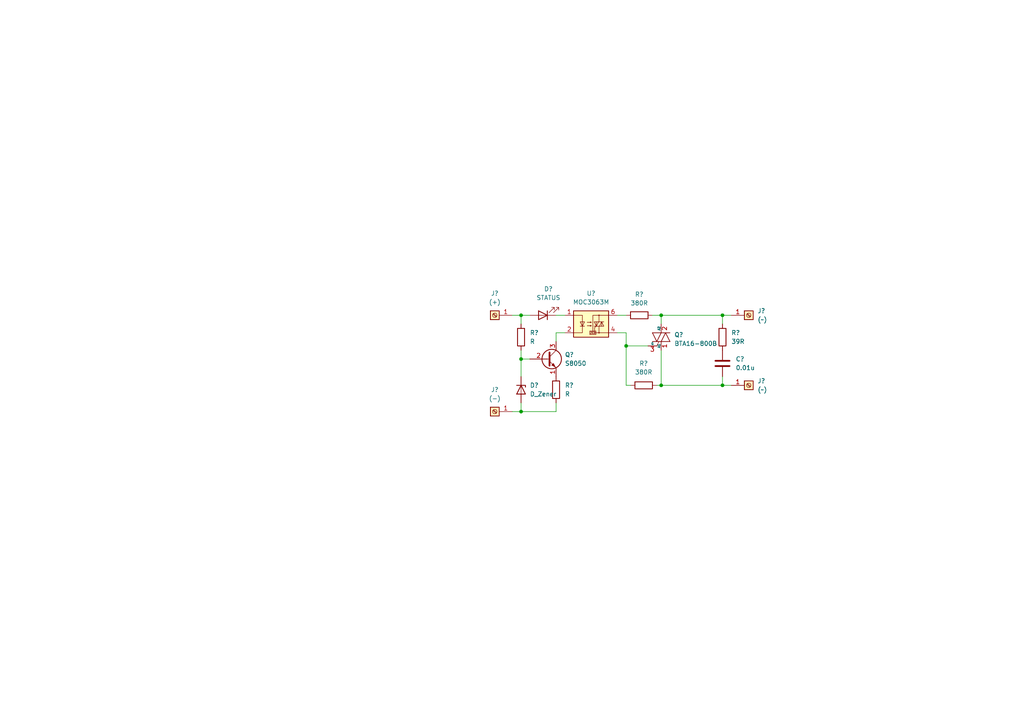
<source format=kicad_sch>
(kicad_sch (version 20211123) (generator eeschema)
  (paper "A4")
  (lib_symbols
    (symbol "Connector:Screw_Terminal_01x01" (pin_names (offset 1.016) hide)
      (property "Reference" "J" (at 0 2.54 0))
      (property "Value" "Screw_Terminal_01x01" (at 0 -2.54 0))
      (symbol "Screw_Terminal_01x01_1_1"
        (rectangle (start -1.27 1.27) (end 1.27 -1.27) (stroke (width 0.254)) (fill (type background)))
        (polyline (pts (xy -0.5334 0.3302) (xy 0.3302 -0.508)) (stroke (width 0.1524)))
        (polyline (pts (xy -0.3556 0.508) (xy 0.508 -0.3302)) (stroke (width 0.1524)))
        (circle (center 0 0) (radius 0.635) (stroke (width 0.1524)))
        (pin passive line (at -5.08 0 0) (length 3.81) (name "Pin_1") (number "1"))
      )
    )
    (symbol "Device:C" (pin_numbers hide) (pin_names (offset 0.254))
      (property "Reference" "C" (at 0.635 2.54 0))
      (property "Value" "C" (at 0.635 -2.54 0))
      (symbol "C_0_1"
        (polyline (pts (xy -2.032 -0.762) (xy 2.032 -0.762)) (stroke (width 0.508)))
        (polyline (pts (xy -2.032 0.762) (xy 2.032 0.762)) (stroke (width 0.508)))
      )
      (symbol "C_1_1"
        (pin passive line (at 0 3.81 270) (length 2.794) (name "~") (number "1"))
        (pin passive line (at 0 -3.81 90) (length 2.794) (name "~") (number "2"))
      )
    )
    (symbol "Device:D_Zener" (pin_numbers hide) (pin_names (offset 1.016) hide)
      (property "Reference" "D" (at 0 2.54 0))
      (property "Value" "D_Zener" (at 0 -2.54 0))
      (symbol "D_Zener_0_1"
        (polyline (pts (xy 1.27 0) (xy -1.27 0)))
        (polyline (pts (xy -1.27 -1.27) (xy -1.27 1.27) (xy -0.762 1.27)) (stroke (width 0.254)))
        (polyline (pts (xy 1.27 -1.27) (xy 1.27 1.27) (xy -1.27 0) (xy 1.27 -1.27)) (stroke (width 0.254)))
      )
      (symbol "D_Zener_1_1"
        (pin passive line (at -3.81 0 0) (length 2.54) (name "K") (number "1"))
        (pin passive line (at 3.81 0 180) (length 2.54) (name "A") (number "2"))
      )
    )
    (symbol "Device:LED" (pin_numbers hide) (pin_names (offset 1.016) hide)
      (property "Reference" "D" (at 0 2.54 0))
      (property "Value" "LED" (at 0 -2.54 0))
      (symbol "LED_0_1"
        (polyline (pts (xy -1.27 -1.27) (xy -1.27 1.27)) (stroke (width 0.254)))
        (polyline (pts (xy -1.27 0) (xy 1.27 0)))
        (polyline (pts (xy 1.27 -1.27) (xy 1.27 1.27) (xy -1.27 0) (xy 1.27 -1.27)) (stroke (width 0.254)))
        (polyline (pts (xy -3.048 -0.762) (xy -4.572 -2.286) (xy -3.81 -2.286) (xy -4.572 -2.286) (xy -4.572 -1.524)))
        (polyline (pts (xy -1.778 -0.762) (xy -3.302 -2.286) (xy -2.54 -2.286) (xy -3.302 -2.286) (xy -3.302 -1.524)))
      )
      (symbol "LED_1_1"
        (pin passive line (at -3.81 0 0) (length 2.54) (name "K") (number "1"))
        (pin passive line (at 3.81 0 180) (length 2.54) (name "A") (number "2"))
      )
    )
    (symbol "Device:R" (pin_numbers hide) (pin_names (offset 0))
      (property "Reference" "R" (at 2.032 0 90))
      (property "Value" "R" (at 0 0 90))
      (symbol "R_0_1"
        (rectangle (start -1.016 -2.54) (end 1.016 2.54) (stroke (width 0.254)))
      )
      (symbol "R_1_1"
        (pin passive line (at 0 3.81 270) (length 1.27) (name "~") (number "1"))
        (pin passive line (at 0 -3.81 90) (length 1.27) (name "~") (number "2"))
      )
    )
    (symbol "Relay_SolidState:MOC3063M"
      (property "Reference" "U" (at -5.08 5.08 0))
      (property "Value" "MOC3063M" (at 0 5.08 0))
      (symbol "MOC3063M_0_0"
        (rectangle (start -0.381 -2.032) (end 1.397 -3.048))
        (polyline (pts (xy 2.286 -2.54) (xy 1.397 -2.54)))
        (polyline (pts (xy 1.524 -0.635) (xy 1.016 -1.016) (xy 1.016 -2.032)))
        (text "ZCD" (at 0.508 -2.54 0) (effects (font (size 0.508 0.508))))
      )
      (symbol "MOC3063M_0_1"
        (rectangle (start -5.08 3.81) (end 5.08 -3.81) (stroke (width 0.254)) (fill (type background)))
        (polyline (pts (xy -3.175 -0.635) (xy -1.905 -0.635)))
        (polyline (pts (xy 1.524 -0.635) (xy 1.524 0.635)))
        (polyline (pts (xy 3.048 0.635) (xy 3.048 -0.635)))
        (polyline (pts (xy 2.286 -0.635) (xy 2.286 -2.54) (xy 5.08 -2.54)))
        (polyline (pts (xy 2.286 0.635) (xy 2.286 2.54) (xy 5.08 2.54)))
        (polyline (pts (xy 2.286 2.54) (xy 0.508 2.54) (xy 0.508 -2.032)))
        (polyline (pts (xy -5.08 2.54) (xy -2.54 2.54) (xy -2.54 -2.54) (xy -5.08 -2.54)))
        (polyline (pts (xy -2.54 -0.635) (xy -3.175 0.635) (xy -1.905 0.635) (xy -2.54 -0.635)))
        (polyline (pts (xy 0.889 -0.635) (xy 3.683 -0.635) (xy 3.048 0.635) (xy 2.413 -0.635)))
        (polyline (pts (xy 3.683 0.635) (xy 0.889 0.635) (xy 1.524 -0.635) (xy 2.159 0.635)))
        (polyline (pts (xy -1.143 -0.508) (xy 0.127 -0.508) (xy -0.254 -0.635) (xy -0.254 -0.381) (xy 0.127 -0.508)))
        (polyline (pts (xy -1.143 0.508) (xy 0.127 0.508) (xy -0.254 0.381) (xy -0.254 0.635) (xy 0.127 0.508)))
        (circle (center 2.286 -2.54) (radius 0.127))
        (circle (center 2.286 2.54) (radius 0.127))
      )
      (symbol "MOC3063M_1_1"
        (pin passive line (at -7.62 2.54 0) (length 2.54) (name "~") (number "1"))
        (pin passive line (at -7.62 -2.54 0) (length 2.54) (name "~") (number "2"))
        (pin no_connect line (at -5.08 0 0) (length 2.54) hide (name "NC") (number "3"))
        (pin passive line (at 7.62 -2.54 180) (length 2.54) (name "~") (number "4"))
        (pin no_connect line (at 5.08 0 180) (length 2.54) hide (name "NC") (number "5"))
        (pin passive line (at 7.62 2.54 180) (length 2.54) (name "~") (number "6"))
      )
    )
    (symbol "Transistor_BJT:S8050" (pin_names (offset 0) hide)
      (property "Reference" "Q" (at 5.08 1.905 0))
      (property "Value" "S8050" (at 5.08 0 0))
      (symbol "S8050_0_1"
        (polyline (pts (xy 0 0) (xy 0.635 0)))
        (polyline (pts (xy 0.635 0.635) (xy 2.54 2.54)))
        (polyline (pts (xy 0.635 -0.635) (xy 2.54 -2.54) (xy 2.54 -2.54)))
        (polyline (pts (xy 0.635 1.905) (xy 0.635 -1.905) (xy 0.635 -1.905)) (stroke (width 0.508)))
        (polyline (pts (xy 1.27 -1.778) (xy 1.778 -1.27) (xy 2.286 -2.286) (xy 1.27 -1.778) (xy 1.27 -1.778)) (fill (type outline)))
        (circle (center 1.27 0) (radius 2.8194) (stroke (width 0.254)))
      )
      (symbol "S8050_1_1"
        (pin passive line (at 2.54 -5.08 90) (length 2.54) (name "E") (number "1"))
        (pin input line (at -5.08 0 0) (length 5.08) (name "B") (number "2"))
        (pin passive line (at 2.54 5.08 270) (length 2.54) (name "C") (number "3"))
      )
    )
    (symbol "Triac_Thyristor:BTA16-800B" (pin_names (offset 0))
      (property "Reference" "Q" (at 5.08 1.905 0))
      (property "Value" "BTA16-800B" (at 5.08 0 0))
      (symbol "BTA16-800B_0_1"
        (polyline (pts (xy -2.54 -1.27) (xy 2.54 -1.27)) (stroke (width 0.2032)))
        (polyline (pts (xy -2.54 1.27) (xy 2.54 1.27)) (stroke (width 0.2032)))
        (polyline (pts (xy -1.27 -2.54) (xy -0.635 -1.27)))
        (polyline (pts (xy -2.54 1.27) (xy -1.27 -1.27) (xy 0 1.27)) (stroke (width 0.2032)))
        (polyline (pts (xy 0 -1.27) (xy 1.27 1.27) (xy 2.54 -1.27)) (stroke (width 0.2032)))
      )
      (symbol "BTA16-800B_1_1"
        (pin passive line (at 0 -3.81 90) (length 2.54) (name "A1") (number "1"))
        (pin passive line (at 0 3.81 270) (length 2.54) (name "A2") (number "2"))
        (pin input line (at -3.81 -2.54 0) (length 2.54) (name "G") (number "3"))
      )
    )
  )
  (junction (at 209.55 111.76))
  (junction (at 181.61 100.33))
  (junction (at 191.77 111.76))
  (junction (at 151.13 91.44))
  (junction (at 151.13 104.14))
  (junction (at 151.13 119.38))
  (junction (at 191.77 91.44))
  (junction (at 209.55 91.44))
  (wire (pts (xy 151.13 91.44) (xy 151.13 93.98)))
  (wire (pts (xy 191.77 111.76) (xy 190.5 111.76)))
  (wire (pts (xy 189.23 91.44) (xy 191.77 91.44)))
  (wire (pts (xy 151.13 119.38) (xy 161.29 119.38)))
  (wire (pts (xy 151.13 91.44) (xy 153.67 91.44)))
  (wire (pts (xy 161.29 96.52) (xy 163.83 96.52)))
  (wire (pts (xy 161.29 99.06) (xy 161.29 96.52)))
  (wire (pts (xy 209.55 91.44) (xy 212.09 91.44)))
  (wire (pts (xy 187.96 100.33) (xy 181.61 100.33)))
  (wire (pts (xy 191.77 91.44) (xy 191.77 93.98)))
  (wire (pts (xy 191.77 111.76) (xy 209.55 111.76)))
  (wire (pts (xy 151.13 104.14) (xy 151.13 109.22)))
  (wire (pts (xy 151.13 104.14) (xy 151.13 101.6)))
  (wire (pts (xy 179.07 96.52) (xy 181.61 96.52)))
  (wire (pts (xy 212.09 111.76) (xy 209.55 111.76)))
  (wire (pts (xy 179.07 91.44) (xy 181.61 91.44)))
  (wire (pts (xy 181.61 100.33) (xy 181.61 111.76)))
  (wire (pts (xy 153.67 104.14) (xy 151.13 104.14)))
  (wire (pts (xy 148.59 119.38) (xy 151.13 119.38)))
  (wire (pts (xy 191.77 101.6) (xy 191.77 111.76)))
  (wire (pts (xy 161.29 91.44) (xy 163.83 91.44)))
  (wire (pts (xy 182.88 111.76) (xy 181.61 111.76)))
  (wire (pts (xy 151.13 116.84) (xy 151.13 119.38)))
  (wire (pts (xy 191.77 91.44) (xy 209.55 91.44)))
  (wire (pts (xy 181.61 100.33) (xy 181.61 96.52)))
  (wire (pts (xy 148.59 91.44) (xy 151.13 91.44)))
  (wire (pts (xy 161.29 119.38) (xy 161.29 116.84)))
  (wire (pts (xy 209.55 91.44) (xy 209.55 93.98)))
  (wire (pts (xy 209.55 111.76) (xy 209.55 109.22)))
  (symbol (lib_id "Connector:Screw_Terminal_01x01") (at 143.51 119.38 180) (unit 1)
    (property "Reference" "J?" (at 143.51 113.03 0))
    (property "Value" "(-)" (at 143.51 115.57 0))
  )
  (symbol (lib_id "Device:R") (at 209.55 97.79 180) (unit 1)
    (property "Reference" "R?" (at 212.09 96.5199 0) (effects (justify right)))
    (property "Value" "39R" (at 212.09 99.0599 0) (effects (justify right)))
  )
  (symbol (lib_id "Triac_Thyristor:BTA16-800B") (at 191.77 97.79 0) (unit 1)
    (property "Reference" "Q?" (at 195.58 97.1041 0) (effects (justify left)))
    (property "Value" "BTA16-800B" (at 195.58 99.6441 0) (effects (justify left)))
    (property "Footprint" "Package_TO_SOT_THT:TO-220-3_Vertical" (effects hide))
    (property "Datasheet" "https://www.st.com/resource/en/datasheet/bta16.pdf" (effects hide))
  )
  (symbol (lib_id "Relay_SolidState:MOC3063M") (at 171.45 93.98 0) (unit 1)
    (property "Reference" "U?" (at 171.45 85.09 0))
    (property "Value" "MOC3063M" (at 171.45 87.63 0))
    (property "Datasheet" "https://www.onsemi.com/pub/Collateral/MOC3163M-D.pdf" (effects hide))
  )
  (symbol (lib_id "Device:LED") (at 157.48 91.44 180) (unit 1)
    (property "Reference" "D?" (at 159.0675 83.82 0))
    (property "Value" "STATUS" (at 159.0675 86.36 0))
  )
  (symbol (lib_id "Device:C") (at 209.55 105.41 0) (unit 1)
    (property "Reference" "C?" (at 213.36 104.1399 0) (effects (justify left)))
    (property "Value" "0.01u" (at 213.36 106.6799 0) (effects (justify left)))
  )
  (symbol (lib_id "Device:R") (at 185.42 91.44 90) (unit 1)
    (property "Reference" "R?" (at 185.42 85.3762 90))
    (property "Value" "380R" (at 185.42 87.9162 90))
  )
  (symbol (lib_id "Connector:Screw_Terminal_01x01") (at 217.17 111.76 0) (unit 1)
    (property "Reference" "J?" (at 219.71 110.4899 0) (effects (justify left)))
    (property "Value" "(~)" (at 219.71 113.0299 0) (effects (justify left)))
  )
  (symbol (lib_id "Connector:Screw_Terminal_01x01") (at 143.51 91.44 180) (unit 1)
    (property "Reference" "J?" (at 143.51 85.09 0))
    (property "Value" "(+)" (at 143.51 87.63 0))
  )
  (symbol (lib_id "Transistor_BJT:S8050") (at 158.75 104.14 0) (unit 1)
    (property "Reference" "Q?" (at 163.83 102.8699 0) (effects (justify left)))
    (property "Value" "S8050" (at 163.83 105.4099 0) (effects (justify left)))
    (property "Footprint" "Package_TO_SOT_THT:TO-92_Inline" (effects hide))
    (property "Datasheet" "http://www.unisonic.com.tw/datasheet/S8050.pdf" (effects hide))
  )
  (symbol (lib_id "Device:R") (at 151.13 97.79 0) (unit 1)
    (property "Reference" "R?" (at 153.67 96.5199 0) (effects (justify left)))
    (property "Value" "R" (at 153.67 99.0599 0) (effects (justify left)))
  )
  (symbol (lib_id "Device:R") (at 161.29 113.03 0) (unit 1)
    (property "Reference" "R?" (at 163.83 111.7599 0) (effects (justify left)))
    (property "Value" "R" (at 163.83 114.2999 0) (effects (justify left)))
  )
  (symbol (lib_id "Device:D_Zener") (at 151.13 113.03 270) (unit 1)
    (property "Reference" "D?" (at 153.67 111.7599 90) (effects (justify left)))
    (property "Value" "D_Zener" (at 153.67 114.2999 90) (effects (justify left)))
  )
  (symbol (lib_id "Device:R") (at 186.69 111.76 270) (unit 1)
    (property "Reference" "R?" (at 186.69 105.41 90))
    (property "Value" "380R" (at 186.69 107.95 90))
  )
  (symbol (lib_id "Connector:Screw_Terminal_01x01") (at 217.17 91.44 0) (unit 1)
    (property "Reference" "J?" (at 219.71 90.1699 0) (effects (justify left)))
    (property "Value" "(~)" (at 219.71 92.7099 0) (effects (justify left)))
  )
)
</source>
